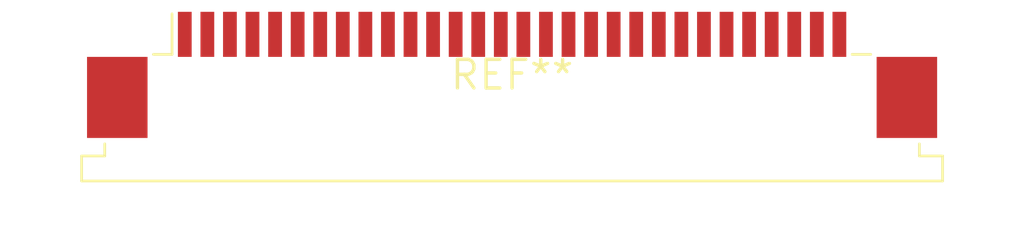
<source format=kicad_pcb>
(kicad_pcb (version 20240108) (generator pcbnew)
  (layers (0 "F.Cu" signal) (31 "B.Cu" signal) (34 "B.Paste" user) (35 "F.Paste" user) (36 "B.SilkS" user "B.Silkscreen") (37 "F.SilkS" user "F.Silkscreen") (38 "B.Mask" user) (39 "F.Mask" user) (44 "Edge.Cuts" user))
  (net 0 "")
  (footprint "TE_3-84952-0_1x30-1MP_P1.0mm_Horizontal" (layer "F.Cu") (at 0 0)
    (property "Reference" "REF**")
    (property "Value" "TE_3-84952-0_1x30-1MP_P1.0mm_Horizontal")
    (fp_line (start -19.07 3.6) (end -18.045 3.6) (layer "F.SilkS") (stroke (width 0.12)))
    (fp_line (start -19.07 4.71) (end -19.07 3.6) (layer "F.SilkS") (stroke (width 0.12)))
    (fp_line (start -18.045 3.6) (end -18.045 3.06) (layer "F.SilkS") (stroke (width 0.12)))
    (fp_line (start -15.89 -0.91) (end -15.065 -0.91) (layer "F.SilkS") (stroke (width 0.12)))
    (fp_line (start -15.065 -0.91) (end -15.065 -2.71) (layer "F.SilkS") (stroke (width 0.12)))
    (fp_line (start 15.065 -0.91) (end 15.89 -0.91) (layer "F.SilkS") (stroke (width 0.12)))
    (fp_line (start 18.045 3.06) (end 18.045 3.6) (layer "F.SilkS") (stroke (width 0.12)))
    (fp_line (start 18.045 3.6) (end 19.07 3.6) (layer "F.SilkS") (stroke (width 0.12)))
    (fp_line (start 19.07 3.6) (end 19.07 4.71) (layer "F.SilkS") (stroke (width 0.12)))
    (fp_line (start 19.07 4.71) (end -19.07 4.71) (layer "F.SilkS") (stroke (width 0.12)))
    (pad "1" smd rect (at -14.5 -1.8) (size 0.61 2) (layers "F.Cu" "F.Paste" "F.Mask"))
    (pad "2" smd rect (at -13.5 -1.8) (size 0.61 2) (layers "F.Cu" "F.Paste" "F.Mask"))
    (pad "3" smd rect (at -12.5 -1.8) (size 0.61 2) (layers "F.Cu" "F.Paste" "F.Mask"))
    (pad "4" smd rect (at -11.5 -1.8) (size 0.61 2) (layers "F.Cu" "F.Paste" "F.Mask"))
    (pad "5" smd rect (at -10.5 -1.8) (size 0.61 2) (layers "F.Cu" "F.Paste" "F.Mask"))
    (pad "6" smd rect (at -9.5 -1.8) (size 0.61 2) (layers "F.Cu" "F.Paste" "F.Mask"))
    (pad "7" smd rect (at -8.5 -1.8) (size 0.61 2) (layers "F.Cu" "F.Paste" "F.Mask"))
    (pad "8" smd rect (at -7.5 -1.8) (size 0.61 2) (layers "F.Cu" "F.Paste" "F.Mask"))
    (pad "9" smd rect (at -6.5 -1.8) (size 0.61 2) (layers "F.Cu" "F.Paste" "F.Mask"))
    (pad "10" smd rect (at -5.5 -1.8) (size 0.61 2) (layers "F.Cu" "F.Paste" "F.Mask"))
    (pad "11" smd rect (at -4.5 -1.8) (size 0.61 2) (layers "F.Cu" "F.Paste" "F.Mask"))
    (pad "12" smd rect (at -3.5 -1.8) (size 0.61 2) (layers "F.Cu" "F.Paste" "F.Mask"))
    (pad "13" smd rect (at -2.5 -1.8) (size 0.61 2) (layers "F.Cu" "F.Paste" "F.Mask"))
    (pad "14" smd rect (at -1.5 -1.8) (size 0.61 2) (layers "F.Cu" "F.Paste" "F.Mask"))
    (pad "15" smd rect (at -0.5 -1.8) (size 0.61 2) (layers "F.Cu" "F.Paste" "F.Mask"))
    (pad "16" smd rect (at 0.5 -1.8) (size 0.61 2) (layers "F.Cu" "F.Paste" "F.Mask"))
    (pad "17" smd rect (at 1.5 -1.8) (size 0.61 2) (layers "F.Cu" "F.Paste" "F.Mask"))
    (pad "18" smd rect (at 2.5 -1.8) (size 0.61 2) (layers "F.Cu" "F.Paste" "F.Mask"))
    (pad "19" smd rect (at 3.5 -1.8) (size 0.61 2) (layers "F.Cu" "F.Paste" "F.Mask"))
    (pad "20" smd rect (at 4.5 -1.8) (size 0.61 2) (layers "F.Cu" "F.Paste" "F.Mask"))
    (pad "21" smd rect (at 5.5 -1.8) (size 0.61 2) (layers "F.Cu" "F.Paste" "F.Mask"))
    (pad "22" smd rect (at 6.5 -1.8) (size 0.61 2) (layers "F.Cu" "F.Paste" "F.Mask"))
    (pad "23" smd rect (at 7.5 -1.8) (size 0.61 2) (layers "F.Cu" "F.Paste" "F.Mask"))
    (pad "24" smd rect (at 8.5 -1.8) (size 0.61 2) (layers "F.Cu" "F.Paste" "F.Mask"))
    (pad "25" smd rect (at 9.5 -1.8) (size 0.61 2) (layers "F.Cu" "F.Paste" "F.Mask"))
    (pad "26" smd rect (at 10.5 -1.8) (size 0.61 2) (layers "F.Cu" "F.Paste" "F.Mask"))
    (pad "27" smd rect (at 11.5 -1.8) (size 0.61 2) (layers "F.Cu" "F.Paste" "F.Mask"))
    (pad "28" smd rect (at 12.5 -1.8) (size 0.61 2) (layers "F.Cu" "F.Paste" "F.Mask"))
    (pad "29" smd rect (at 13.5 -1.8) (size 0.61 2) (layers "F.Cu" "F.Paste" "F.Mask"))
    (pad "30" smd rect (at 14.5 -1.8) (size 0.61 2) (layers "F.Cu" "F.Paste" "F.Mask"))
    (pad "MP" smd rect (at -17.49 1) (size 2.68 3.6) (layers "F.Cu" "F.Paste" "F.Mask"))
    (pad "MP" smd rect (at 17.49 1) (size 2.68 3.6) (layers "F.Cu" "F.Paste" "F.Mask"))
  )
)
</source>
